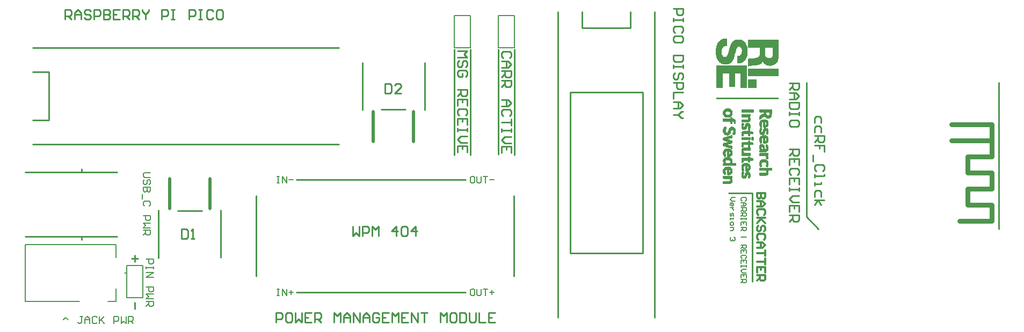
<source format=gto>
%FSLAX24Y24*%
%MOIN*%
G70*
G01*
G75*
G04:AMPARAMS|DCode=10|XSize=100mil|YSize=50mil|CornerRadius=12.5mil|HoleSize=0mil|Usage=FLASHONLY|Rotation=90.000|XOffset=0mil|YOffset=0mil|HoleType=Round|Shape=RoundedRectangle|*
%AMROUNDEDRECTD10*
21,1,0.1000,0.0250,0,0,90.0*
21,1,0.0750,0.0500,0,0,90.0*
1,1,0.0250,0.0125,0.0375*
1,1,0.0250,0.0125,-0.0375*
1,1,0.0250,-0.0125,-0.0375*
1,1,0.0250,-0.0125,0.0375*
%
%ADD10ROUNDEDRECTD10*%
%ADD11R,0.2000X0.1500*%
%ADD12R,0.1181X0.0457*%
%ADD13R,0.1181X0.0787*%
%ADD14R,0.3937X0.2756*%
%ADD15C,0.0197*%
%ADD16C,0.0100*%
%ADD17C,0.0200*%
%ADD18C,0.0100*%
%ADD19C,0.0200*%
%ADD20C,0.0591*%
%ADD21R,0.0591X0.0591*%
%ADD22O,0.0787X0.1575*%
%ADD23O,0.1575X0.0787*%
%ADD24O,0.0866X0.1732*%
%ADD25C,0.0600*%
%ADD26C,0.0787*%
%ADD27C,0.0079*%
%ADD28C,0.0300*%
%ADD29C,0.0090*%
%ADD30C,0.0020*%
%ADD31C,0.0118*%
%ADD32C,0.0059*%
%ADD33C,0.0070*%
D16*
X43655Y2068D02*
Y7580D01*
X42200D02*
X43655D01*
X58965Y5342D02*
Y14446D01*
X47020Y6090D02*
X47770Y5340D01*
X47020Y6090D02*
Y14446D01*
X12870Y2410D02*
Y7410D01*
X15370Y1410D02*
X25870D01*
X28870Y2410D02*
Y7410D01*
X15370Y8410D02*
X25870D01*
X2025Y8869D02*
Y9066D01*
Y4656D02*
Y4853D01*
X-1479Y8869D02*
X4230D01*
X-1479Y4853D02*
X4230D01*
X-1020Y15090D02*
X-20D01*
Y12096D02*
Y15090D01*
X-1020Y12096D02*
X-20D01*
X-1020Y16590D02*
X17980D01*
X-1020Y10590D02*
X17980D01*
X10669Y3557D02*
Y6509D01*
X6791Y3549D02*
Y6502D01*
X7980Y6470D02*
X9480D01*
X19451Y12721D02*
Y15673D01*
X23329Y12729D02*
Y15681D01*
X20640Y12760D02*
X22140D01*
X32350Y13820D02*
X36850D01*
Y3820D02*
Y13820D01*
X32350Y3820D02*
X36850D01*
X32350D02*
Y13820D01*
X31600Y-180D02*
Y18820D01*
X37600Y-180D02*
Y18820D01*
X33106Y17820D02*
Y18820D01*
Y17820D02*
X36100D01*
Y18820D01*
X45970Y14400D02*
X46570D01*
Y14100D01*
X46470Y14000D01*
X46270D01*
X46170Y14100D01*
Y14400D01*
Y14200D02*
X45970Y14000D01*
Y13800D02*
X46370D01*
X46570Y13600D01*
X46370Y13400D01*
X45970D01*
X46270D01*
Y13800D01*
X46570Y13200D02*
X45970D01*
Y12900D01*
X46070Y12801D01*
X46470D01*
X46570Y12900D01*
Y13200D01*
Y12601D02*
Y12401D01*
Y12501D01*
X45970D01*
Y12601D01*
Y12401D01*
X46570Y11801D02*
Y12001D01*
X46470Y12101D01*
X46070D01*
X45970Y12001D01*
Y11801D01*
X46070Y11701D01*
X46470D01*
X46570Y11801D01*
X45970Y10301D02*
X46570D01*
Y10001D01*
X46470Y9901D01*
X46270D01*
X46170Y10001D01*
Y10301D01*
Y10101D02*
X45970Y9901D01*
X46570Y9302D02*
Y9702D01*
X45970D01*
Y9302D01*
X46270Y9702D02*
Y9502D01*
X46470Y8702D02*
X46570Y8802D01*
Y9002D01*
X46470Y9102D01*
X46070D01*
X45970Y9002D01*
Y8802D01*
X46070Y8702D01*
X46570Y8102D02*
Y8502D01*
X45970D01*
Y8102D01*
X46270Y8502D02*
Y8302D01*
X46570Y7902D02*
Y7702D01*
Y7802D01*
X45970D01*
Y7902D01*
Y7702D01*
X46570Y7402D02*
X46170D01*
X45970Y7202D01*
X46170Y7002D01*
X46570D01*
Y6403D02*
Y6802D01*
X45970D01*
Y6403D01*
X46270Y6802D02*
Y6603D01*
X45970Y6203D02*
X46570D01*
Y5903D01*
X46470Y5803D01*
X46270D01*
X46170Y5903D01*
Y6203D01*
Y6003D02*
X45970Y5803D01*
X47920Y11940D02*
Y12240D01*
X47820Y12340D01*
X47620D01*
X47520Y12240D01*
Y11940D01*
X47920Y11340D02*
Y11640D01*
X47820Y11740D01*
X47620D01*
X47520Y11640D01*
Y11340D01*
Y11140D02*
X48120D01*
Y10840D01*
X48020Y10741D01*
X47820D01*
X47720Y10840D01*
Y11140D01*
Y10940D02*
X47520Y10741D01*
X48120Y10141D02*
Y10541D01*
X47820D01*
Y10341D01*
Y10541D01*
X47520D01*
X47420Y9941D02*
Y9541D01*
X48020Y8941D02*
X48120Y9041D01*
Y9241D01*
X48020Y9341D01*
X47620D01*
X47520Y9241D01*
Y9041D01*
X47620Y8941D01*
X47520Y8741D02*
Y8541D01*
Y8641D01*
X48120D01*
Y8741D01*
X47520Y8241D02*
Y8041D01*
Y8141D01*
X47920D01*
Y8241D01*
Y7342D02*
Y7642D01*
X47820Y7741D01*
X47620D01*
X47520Y7642D01*
Y7342D01*
Y7142D02*
X48120D01*
X47720D02*
X47920Y6842D01*
X47720Y7142D02*
X47520Y6842D01*
X28600Y15980D02*
X28700Y16080D01*
Y16280D01*
X28600Y16380D01*
X28200D01*
X28100Y16280D01*
Y16080D01*
X28200Y15980D01*
X28100Y15780D02*
X28500D01*
X28700Y15580D01*
X28500Y15380D01*
X28100D01*
X28400D01*
Y15780D01*
X28100Y15180D02*
X28700D01*
Y14880D01*
X28600Y14781D01*
X28400D01*
X28300Y14880D01*
Y15180D01*
Y14980D02*
X28100Y14781D01*
Y14581D02*
X28700D01*
Y14281D01*
X28600Y14181D01*
X28400D01*
X28300Y14281D01*
Y14581D01*
Y14381D02*
X28100Y14181D01*
Y13381D02*
X28500D01*
X28700Y13181D01*
X28500Y12981D01*
X28100D01*
X28400D01*
Y13381D01*
X28600Y12381D02*
X28700Y12481D01*
Y12681D01*
X28600Y12781D01*
X28200D01*
X28100Y12681D01*
Y12481D01*
X28200Y12381D01*
X28700Y12181D02*
Y11781D01*
Y11981D01*
X28100D01*
X28700Y11582D02*
Y11382D01*
Y11482D01*
X28100D01*
Y11582D01*
Y11382D01*
X28700Y11082D02*
X28300D01*
X28100Y10882D01*
X28300Y10682D01*
X28700D01*
Y10082D02*
Y10482D01*
X28100D01*
Y10082D01*
X28400Y10482D02*
Y10282D01*
X25360Y16390D02*
X25960D01*
X25760Y16190D01*
X25960Y15990D01*
X25360D01*
X25860Y15390D02*
X25960Y15490D01*
Y15690D01*
X25860Y15790D01*
X25760D01*
X25660Y15690D01*
Y15490D01*
X25560Y15390D01*
X25460D01*
X25360Y15490D01*
Y15690D01*
X25460Y15790D01*
X25860Y14791D02*
X25960Y14890D01*
Y15090D01*
X25860Y15190D01*
X25460D01*
X25360Y15090D01*
Y14890D01*
X25460Y14791D01*
X25660D01*
Y14990D01*
X25360Y13991D02*
X25960D01*
Y13691D01*
X25860Y13591D01*
X25660D01*
X25560Y13691D01*
Y13991D01*
Y13791D02*
X25360Y13591D01*
X25960Y12991D02*
Y13391D01*
X25360D01*
Y12991D01*
X25660Y13391D02*
Y13191D01*
X25860Y12391D02*
X25960Y12491D01*
Y12691D01*
X25860Y12791D01*
X25460D01*
X25360Y12691D01*
Y12491D01*
X25460Y12391D01*
X25960Y11791D02*
Y12191D01*
X25360D01*
Y11791D01*
X25660Y12191D02*
Y11991D01*
X25960Y11592D02*
Y11392D01*
Y11492D01*
X25360D01*
Y11592D01*
Y11392D01*
X25960Y11092D02*
X25560D01*
X25360Y10892D01*
X25560Y10692D01*
X25960D01*
Y10092D02*
Y10492D01*
X25360D01*
Y10092D01*
X25660Y10492D02*
Y10292D01*
X14090Y-470D02*
Y130D01*
X14390D01*
X14490Y30D01*
Y-170D01*
X14390Y-270D01*
X14090D01*
X14990Y130D02*
X14790D01*
X14690Y30D01*
Y-370D01*
X14790Y-470D01*
X14990D01*
X15090Y-370D01*
Y30D01*
X14990Y130D01*
X15290D02*
Y-470D01*
X15490Y-270D01*
X15689Y-470D01*
Y130D01*
X16289D02*
X15889D01*
Y-470D01*
X16289D01*
X15889Y-170D02*
X16089D01*
X16489Y-470D02*
Y130D01*
X16789D01*
X16889Y30D01*
Y-170D01*
X16789Y-270D01*
X16489D01*
X16689D02*
X16889Y-470D01*
X17689D02*
Y130D01*
X17889Y-70D01*
X18089Y130D01*
Y-470D01*
X18289D02*
Y-70D01*
X18489Y130D01*
X18689Y-70D01*
Y-470D01*
Y-170D01*
X18289D01*
X18888Y-470D02*
Y130D01*
X19288Y-470D01*
Y130D01*
X19488Y-470D02*
Y-70D01*
X19688Y130D01*
X19888Y-70D01*
Y-470D01*
Y-170D01*
X19488D01*
X20488Y30D02*
X20388Y130D01*
X20188D01*
X20088Y30D01*
Y-370D01*
X20188Y-470D01*
X20388D01*
X20488Y-370D01*
Y-170D01*
X20288D01*
X21088Y130D02*
X20688D01*
Y-470D01*
X21088D01*
X20688Y-170D02*
X20888D01*
X21288Y-470D02*
Y130D01*
X21488Y-70D01*
X21688Y130D01*
Y-470D01*
X22287Y130D02*
X21887D01*
Y-470D01*
X22287D01*
X21887Y-170D02*
X22087D01*
X22487Y-470D02*
Y130D01*
X22887Y-470D01*
Y130D01*
X23087D02*
X23487D01*
X23287D01*
Y-470D01*
X24287D02*
Y130D01*
X24487Y-70D01*
X24687Y130D01*
Y-470D01*
X25186Y130D02*
X24986D01*
X24887Y30D01*
Y-370D01*
X24986Y-470D01*
X25186D01*
X25286Y-370D01*
Y30D01*
X25186Y130D01*
X25486D02*
Y-470D01*
X25786D01*
X25886Y-370D01*
Y30D01*
X25786Y130D01*
X25486D01*
X26086D02*
Y-370D01*
X26186Y-470D01*
X26386D01*
X26486Y-370D01*
Y130D01*
X26686D02*
Y-470D01*
X27086D01*
X27686Y130D02*
X27286D01*
Y-470D01*
X27686D01*
X27286Y-170D02*
X27486D01*
X18870Y5510D02*
Y4910D01*
X19070Y5110D01*
X19270Y4910D01*
Y5510D01*
X19470Y4910D02*
Y5510D01*
X19770D01*
X19870Y5410D01*
Y5210D01*
X19770Y5110D01*
X19470D01*
X20070Y4910D02*
Y5510D01*
X20270Y5310D01*
X20469Y5510D01*
Y4910D01*
X21569D02*
Y5510D01*
X21269Y5210D01*
X21669D01*
X21869Y5410D02*
X21969Y5510D01*
X22169D01*
X22269Y5410D01*
Y5010D01*
X22169Y4910D01*
X21969D01*
X21869Y5010D01*
Y5410D01*
X22769Y4910D02*
Y5510D01*
X22469Y5210D01*
X22869D01*
X5310Y360D02*
Y760D01*
X5110Y3510D02*
X5510D01*
X5310Y3710D02*
Y3310D01*
X8220Y5340D02*
Y4740D01*
X8520D01*
X8620Y4840D01*
Y5240D01*
X8520Y5340D01*
X8220D01*
X8820Y4740D02*
X9020D01*
X8920D01*
Y5340D01*
X8820Y5240D01*
X20850Y14370D02*
Y13770D01*
X21150D01*
X21250Y13870D01*
Y14270D01*
X21150Y14370D01*
X20850D01*
X21850Y13770D02*
X21450D01*
X21850Y14170D01*
Y14270D01*
X21750Y14370D01*
X21550D01*
X21450Y14270D01*
X1000Y18370D02*
Y18970D01*
X1300D01*
X1400Y18870D01*
Y18670D01*
X1300Y18570D01*
X1000D01*
X1200D02*
X1400Y18370D01*
X1600D02*
Y18770D01*
X1800Y18970D01*
X2000Y18770D01*
Y18370D01*
Y18670D01*
X1600D01*
X2599Y18870D02*
X2500Y18970D01*
X2300D01*
X2200Y18870D01*
Y18770D01*
X2300Y18670D01*
X2500D01*
X2599Y18570D01*
Y18470D01*
X2500Y18370D01*
X2300D01*
X2200Y18470D01*
X2799Y18370D02*
Y18970D01*
X3099D01*
X3199Y18870D01*
Y18670D01*
X3099Y18570D01*
X2799D01*
X3399Y18970D02*
Y18370D01*
X3699D01*
X3799Y18470D01*
Y18570D01*
X3699Y18670D01*
X3399D01*
X3699D01*
X3799Y18770D01*
Y18870D01*
X3699Y18970D01*
X3399D01*
X4399D02*
X3999D01*
Y18370D01*
X4399D01*
X3999Y18670D02*
X4199D01*
X4599Y18370D02*
Y18970D01*
X4899D01*
X4999Y18870D01*
Y18670D01*
X4899Y18570D01*
X4599D01*
X4799D02*
X4999Y18370D01*
X5199D02*
Y18970D01*
X5499D01*
X5599Y18870D01*
Y18670D01*
X5499Y18570D01*
X5199D01*
X5399D02*
X5599Y18370D01*
X5798Y18970D02*
Y18870D01*
X5998Y18670D01*
X6198Y18870D01*
Y18970D01*
X5998Y18670D02*
Y18370D01*
X6998D02*
Y18970D01*
X7298D01*
X7398Y18870D01*
Y18670D01*
X7298Y18570D01*
X6998D01*
X7598Y18970D02*
X7798D01*
X7698D01*
Y18370D01*
X7598D01*
X7798D01*
X8698D02*
Y18970D01*
X8997D01*
X9097Y18870D01*
Y18670D01*
X8997Y18570D01*
X8698D01*
X9297Y18970D02*
X9497D01*
X9397D01*
Y18370D01*
X9297D01*
X9497D01*
X10197Y18870D02*
X10097Y18970D01*
X9897D01*
X9797Y18870D01*
Y18470D01*
X9897Y18370D01*
X10097D01*
X10197Y18470D01*
X10697Y18970D02*
X10497D01*
X10397Y18870D01*
Y18470D01*
X10497Y18370D01*
X10697D01*
X10797Y18470D01*
Y18870D01*
X10697Y18970D01*
X38760Y19020D02*
X39360D01*
Y18720D01*
X39260Y18620D01*
X39060D01*
X38960Y18720D01*
Y19020D01*
X39360Y18420D02*
Y18220D01*
Y18320D01*
X38760D01*
Y18420D01*
Y18220D01*
X39260Y17520D02*
X39360Y17620D01*
Y17820D01*
X39260Y17920D01*
X38860D01*
X38760Y17820D01*
Y17620D01*
X38860Y17520D01*
X39360Y17021D02*
Y17221D01*
X39260Y17321D01*
X38860D01*
X38760Y17221D01*
Y17021D01*
X38860Y16921D01*
X39260D01*
X39360Y17021D01*
Y16121D02*
X38760D01*
Y15821D01*
X38860Y15721D01*
X39260D01*
X39360Y15821D01*
Y16121D01*
Y15521D02*
Y15321D01*
Y15421D01*
X38760D01*
Y15521D01*
Y15321D01*
X39260Y14621D02*
X39360Y14721D01*
Y14921D01*
X39260Y15021D01*
X39160D01*
X39060Y14921D01*
Y14721D01*
X38960Y14621D01*
X38860D01*
X38760Y14721D01*
Y14921D01*
X38860Y15021D01*
X38760Y14421D02*
X39360D01*
Y14122D01*
X39260Y14022D01*
X39060D01*
X38960Y14122D01*
Y14421D01*
X39360Y13822D02*
X38760D01*
Y13422D01*
Y13222D02*
X39160D01*
X39360Y13022D01*
X39160Y12822D01*
X38760D01*
X39060D01*
Y13222D01*
X39360Y12622D02*
X39260D01*
X39060Y12422D01*
X39260Y12222D01*
X39360D01*
X39060Y12422D02*
X38760D01*
D17*
X9980Y6608D02*
Y8478D01*
X7480Y6600D02*
Y8470D01*
X20140Y10752D02*
Y12622D01*
X22640Y10760D02*
Y12630D01*
D27*
X4785Y2590D02*
X4706D01*
X4785D01*
X28880Y16610D02*
Y18610D01*
X27880Y16610D02*
X28880D01*
X27880D02*
Y18610D01*
X28880D01*
X25160Y16610D02*
Y18610D01*
Y16610D02*
X26160D01*
Y18610D01*
X25160D02*
X26160D01*
X-1475Y4362D02*
X4155D01*
X3663Y818D02*
X4155D01*
Y1625D01*
X-1475Y818D02*
X1891D01*
X-1475D02*
Y4362D01*
X4155Y3555D02*
Y4362D01*
X4810Y1060D02*
Y3060D01*
Y1060D02*
X5810D01*
Y3060D01*
X4810D02*
X5810D01*
X43228Y7075D02*
X43281Y7127D01*
Y7232D01*
X43228Y7285D01*
X43018D01*
X42966Y7232D01*
Y7127D01*
X43018Y7075D01*
X42966Y6970D02*
X43176D01*
X43281Y6865D01*
X43176Y6760D01*
X42966D01*
X43123D01*
Y6970D01*
X42966Y6655D02*
X43281D01*
Y6498D01*
X43228Y6445D01*
X43123D01*
X43071Y6498D01*
Y6655D01*
Y6550D02*
X42966Y6445D01*
Y6340D02*
X43281D01*
Y6183D01*
X43228Y6130D01*
X43123D01*
X43071Y6183D01*
Y6340D01*
Y6235D02*
X42966Y6130D01*
X43281Y6025D02*
Y5920D01*
Y5973D01*
X42966D01*
Y6025D01*
Y5920D01*
X43281Y5553D02*
Y5763D01*
X42966D01*
Y5553D01*
X43123Y5763D02*
Y5658D01*
X42966Y5448D02*
X43281D01*
Y5291D01*
X43228Y5238D01*
X43123D01*
X43071Y5291D01*
Y5448D01*
Y5343D02*
X42966Y5238D01*
X43281Y4818D02*
X42966D01*
Y4346D02*
X43281D01*
Y4189D01*
X43228Y4136D01*
X43123D01*
X43071Y4189D01*
Y4346D01*
Y4241D02*
X42966Y4136D01*
X43281Y3821D02*
Y4031D01*
X42966D01*
Y3821D01*
X43123Y4031D02*
Y3926D01*
X43228Y3506D02*
X43281Y3559D01*
Y3664D01*
X43228Y3716D01*
X43018D01*
X42966Y3664D01*
Y3559D01*
X43018Y3506D01*
X43281Y3192D02*
Y3401D01*
X42966D01*
Y3192D01*
X43123Y3401D02*
Y3297D01*
X43281Y3087D02*
Y2982D01*
Y3034D01*
X42966D01*
Y3087D01*
Y2982D01*
X43281Y2824D02*
X43071D01*
X42966Y2719D01*
X43071Y2614D01*
X43281D01*
Y2299D02*
Y2509D01*
X42966D01*
Y2299D01*
X43123Y2509D02*
Y2404D01*
X42966Y2194D02*
X43281D01*
Y2037D01*
X43228Y1985D01*
X43123D01*
X43071Y2037D01*
Y2194D01*
Y2090D02*
X42966Y1985D01*
X42592Y7285D02*
X42382D01*
X42277Y7180D01*
X42382Y7075D01*
X42592D01*
X42277Y6812D02*
Y6917D01*
X42329Y6970D01*
X42434D01*
X42487Y6917D01*
Y6812D01*
X42434Y6760D01*
X42382D01*
Y6970D01*
X42487Y6655D02*
X42277D01*
X42382D01*
X42434Y6603D01*
X42487Y6550D01*
Y6498D01*
X42277Y6340D02*
Y6183D01*
X42329Y6130D01*
X42382Y6183D01*
Y6288D01*
X42434Y6340D01*
X42487Y6288D01*
Y6130D01*
X42277Y6025D02*
Y5920D01*
Y5973D01*
X42487D01*
Y6025D01*
X42277Y5710D02*
Y5605D01*
X42329Y5553D01*
X42434D01*
X42487Y5605D01*
Y5710D01*
X42434Y5763D01*
X42329D01*
X42277Y5710D01*
Y5448D02*
X42487D01*
Y5291D01*
X42434Y5238D01*
X42277D01*
X42539Y4818D02*
X42592Y4766D01*
Y4661D01*
X42539Y4608D01*
X42487D01*
X42434Y4661D01*
Y4713D01*
Y4661D01*
X42382Y4608D01*
X42329D01*
X42277Y4661D01*
Y4766D01*
X42329Y4818D01*
D28*
X56520Y5840D02*
X58520D01*
Y6840D01*
X57020D02*
X58520D01*
X57020D02*
Y7840D01*
X58520D01*
Y8840D01*
X57020D02*
X58520D01*
X57020D02*
Y9840D01*
X58520D01*
Y10840D01*
X56020D02*
X58520D01*
Y11840D01*
X56020D02*
X58520D01*
D29*
X28880Y9940D02*
Y16510D01*
X27880Y9970D02*
Y16510D01*
X26160Y9950D02*
Y16510D01*
X25160Y9950D02*
Y16510D01*
D30*
X41400Y16170D02*
Y16570D01*
X41420Y16090D02*
Y16650D01*
X41440Y13430D02*
Y13510D01*
Y14150D02*
Y15490D01*
Y15990D02*
Y16750D01*
X41460Y13430D02*
Y13510D01*
Y14150D02*
Y15490D01*
Y15950D02*
Y16790D01*
X41480Y13430D02*
Y13510D01*
Y14150D02*
Y15490D01*
Y15910D02*
Y16850D01*
X41500Y13430D02*
Y13510D01*
Y14150D02*
Y15490D01*
Y15870D02*
Y16890D01*
X41520Y13430D02*
Y13510D01*
Y14150D02*
Y15490D01*
Y15850D02*
Y16910D01*
X41540Y13430D02*
Y13510D01*
Y14150D02*
Y15490D01*
Y15810D02*
Y16950D01*
X41560Y13430D02*
Y13510D01*
Y14150D02*
Y15490D01*
Y15790D02*
Y16970D01*
X41580Y13430D02*
Y13510D01*
Y14150D02*
Y15490D01*
Y15770D02*
Y16990D01*
X41600Y13430D02*
Y13510D01*
Y14150D02*
Y15490D01*
Y15750D02*
Y17010D01*
X41620Y13430D02*
Y13510D01*
Y14150D02*
Y15490D01*
Y15730D02*
Y17030D01*
X41640Y13430D02*
Y13510D01*
Y14150D02*
Y15490D01*
Y15710D02*
Y17050D01*
X41660Y13430D02*
Y13510D01*
Y14150D02*
Y15490D01*
Y15690D02*
Y17070D01*
X41680Y13430D02*
Y13510D01*
Y14150D02*
Y15490D01*
Y15690D02*
Y17070D01*
X41700Y13430D02*
Y13510D01*
Y14150D02*
Y15490D01*
Y15670D02*
Y17090D01*
X41720Y13430D02*
Y13510D01*
Y14150D02*
Y15490D01*
Y15670D02*
Y17110D01*
X41740Y13430D02*
Y13510D01*
Y14150D02*
Y15490D01*
Y15650D02*
Y16230D01*
Y16490D02*
Y17110D01*
X41760Y13430D02*
Y13510D01*
Y14150D02*
Y15490D01*
Y15630D02*
Y16170D01*
Y16550D02*
Y17130D01*
X41780Y13430D02*
Y13510D01*
Y14150D02*
Y15490D01*
Y15630D02*
Y16130D01*
Y16590D02*
Y17130D01*
X41800Y13430D02*
Y13510D01*
Y15050D02*
Y15490D01*
Y15630D02*
Y16090D01*
Y16630D02*
Y17150D01*
X41820Y13430D02*
Y13510D01*
Y15050D02*
Y15490D01*
Y15610D02*
Y16070D01*
Y16650D02*
Y17150D01*
X41840Y8170D02*
Y8310D01*
Y8490D02*
Y8630D01*
Y8850D02*
Y9030D01*
Y9310D02*
Y9390D01*
Y9530D02*
Y9650D01*
Y9990D02*
Y10150D01*
Y10530D02*
Y10650D01*
Y10890D02*
Y11010D01*
Y11370D02*
Y11530D01*
Y12050D02*
Y12190D01*
Y12470D02*
Y12630D01*
Y13430D02*
Y13510D01*
Y15050D02*
Y15490D01*
Y15610D02*
Y16050D01*
Y16670D02*
Y17170D01*
X41860Y8170D02*
Y8310D01*
Y8490D02*
Y8630D01*
Y8810D02*
Y9070D01*
Y9290D02*
Y9430D01*
Y9490D02*
Y9690D01*
Y9930D02*
Y10190D01*
Y10510D02*
Y10670D01*
Y10870D02*
Y11010D01*
Y11330D02*
Y11590D01*
Y12050D02*
Y12190D01*
Y12430D02*
Y12690D01*
Y13430D02*
Y13510D01*
Y15050D02*
Y15490D01*
Y15610D02*
Y16030D01*
Y16710D02*
Y17170D01*
X41880Y8170D02*
Y8310D01*
Y8470D02*
Y8630D01*
Y8790D02*
Y9090D01*
Y9290D02*
Y9430D01*
Y9470D02*
Y9710D01*
Y9910D02*
Y10230D01*
Y10510D02*
Y10670D01*
Y10850D02*
Y11010D01*
Y11290D02*
Y11630D01*
Y12050D02*
Y12190D01*
Y12410D02*
Y12710D01*
Y13430D02*
Y13510D01*
Y15050D02*
Y15490D01*
Y15610D02*
Y16030D01*
Y16710D02*
Y17170D01*
X41900Y8170D02*
Y8310D01*
Y8470D02*
Y8630D01*
Y8730D02*
Y9150D01*
Y9290D02*
Y9750D01*
Y9870D02*
Y10270D01*
Y10490D02*
Y10690D01*
Y10850D02*
Y11030D01*
Y11250D02*
Y11670D01*
Y12050D02*
Y12190D01*
Y12370D02*
Y12750D01*
Y13430D02*
Y13510D01*
Y15050D02*
Y15490D01*
Y15610D02*
Y16030D01*
Y16730D02*
Y17170D01*
X41920Y8170D02*
Y8310D01*
Y8470D02*
Y8630D01*
Y8730D02*
Y9150D01*
Y9290D02*
Y9750D01*
Y9850D02*
Y10290D01*
Y10490D02*
Y10690D01*
Y10850D02*
Y11030D01*
Y11230D02*
Y11690D01*
Y12050D02*
Y12190D01*
Y12350D02*
Y12770D01*
Y13430D02*
Y13510D01*
Y15050D02*
Y15490D01*
Y15610D02*
Y16030D01*
Y16730D02*
Y17170D01*
X41940Y8170D02*
Y8310D01*
Y8470D02*
Y8630D01*
Y8730D02*
Y9150D01*
Y9290D02*
Y9770D01*
Y9850D02*
Y10290D01*
Y10490D02*
Y10690D01*
Y10850D02*
Y11050D01*
Y11230D02*
Y11710D01*
Y12050D02*
Y12190D01*
Y12330D02*
Y12770D01*
Y13430D02*
Y13510D01*
Y15050D02*
Y15490D01*
Y15610D02*
Y16030D01*
Y16750D02*
Y17170D01*
X41960Y8170D02*
Y8310D01*
Y8470D02*
Y8630D01*
Y8730D02*
Y9190D01*
Y9290D02*
Y9770D01*
Y9850D02*
Y10310D01*
Y10490D02*
Y10710D01*
Y10830D02*
Y11050D01*
Y11210D02*
Y11710D01*
Y12050D02*
Y12190D01*
Y12310D02*
Y12790D01*
Y13430D02*
Y13510D01*
Y15050D02*
Y15490D01*
Y15610D02*
Y16030D01*
Y16750D02*
Y17170D01*
X41980Y8170D02*
Y8310D01*
Y8470D02*
Y8630D01*
Y8750D02*
Y8870D01*
Y8990D02*
Y9190D01*
Y9290D02*
Y9510D01*
Y9590D02*
Y9770D01*
Y9870D02*
Y9990D01*
Y10110D02*
Y10310D01*
Y10470D02*
Y10710D01*
Y10830D02*
Y11050D01*
Y11210D02*
Y11690D01*
Y12050D02*
Y12190D01*
Y12310D02*
Y12510D01*
Y12610D02*
Y12810D01*
Y13430D02*
Y13510D01*
Y15050D02*
Y15490D01*
Y15590D02*
Y16030D01*
Y16750D02*
Y17170D01*
X42000Y8170D02*
Y8310D01*
Y8470D02*
Y8630D01*
Y8770D02*
Y8830D01*
Y9030D02*
Y9210D01*
Y9290D02*
Y9470D01*
Y9610D02*
Y9790D01*
Y9890D02*
Y9950D01*
Y10150D02*
Y10330D01*
Y10470D02*
Y10710D01*
Y10810D02*
Y11070D01*
Y11190D02*
Y11370D01*
Y11530D02*
Y11690D01*
Y12050D02*
Y12190D01*
Y12310D02*
Y12470D01*
Y12630D02*
Y12810D01*
Y13430D02*
Y13510D01*
Y15050D02*
Y15490D01*
Y15590D02*
Y16030D01*
Y16750D02*
Y17170D01*
X42020Y8170D02*
Y8310D01*
Y8470D02*
Y8630D01*
Y9050D02*
Y9210D01*
Y9290D02*
Y9450D01*
Y9630D02*
Y9790D01*
Y10170D02*
Y10330D01*
Y10450D02*
Y10710D01*
Y10810D02*
Y11070D01*
Y11190D02*
Y11350D01*
Y11570D02*
Y11670D01*
Y12050D02*
Y12190D01*
Y12290D02*
Y12470D01*
Y12650D02*
Y12830D01*
Y13430D02*
Y13510D01*
Y15050D02*
Y15490D01*
Y15610D02*
Y16030D01*
Y16750D02*
Y17170D01*
X42040Y8170D02*
Y8310D01*
Y8470D02*
Y8630D01*
Y9050D02*
Y9210D01*
Y9290D02*
Y9450D01*
Y9630D02*
Y9790D01*
Y10170D02*
Y10330D01*
Y10450D02*
Y10710D01*
Y10810D02*
Y11070D01*
Y11190D02*
Y11350D01*
Y11590D02*
Y11650D01*
Y12050D02*
Y12190D01*
Y12290D02*
Y12450D01*
Y12650D02*
Y12830D01*
Y13430D02*
Y13510D01*
Y15050D02*
Y15490D01*
Y15610D02*
Y16050D01*
Y16750D02*
Y17170D01*
X42060Y8170D02*
Y8310D01*
Y8470D02*
Y8630D01*
Y9050D02*
Y9210D01*
Y9290D02*
Y9450D01*
Y9630D02*
Y9790D01*
Y10190D02*
Y10330D01*
Y10450D02*
Y10730D01*
Y10810D02*
Y11070D01*
Y11170D02*
Y11330D01*
Y12050D02*
Y12190D01*
Y12290D02*
Y12450D01*
Y12670D02*
Y12830D01*
Y13430D02*
Y13510D01*
Y15050D02*
Y15490D01*
Y15610D02*
Y16090D01*
Y16750D02*
Y17170D01*
X42080Y8170D02*
Y8310D01*
Y8470D02*
Y8630D01*
Y9050D02*
Y9210D01*
Y9290D02*
Y9450D01*
Y9630D02*
Y9810D01*
Y10170D02*
Y10330D01*
Y10450D02*
Y10590D01*
Y10610D02*
Y10730D01*
Y10790D02*
Y11090D01*
Y11170D02*
Y11350D01*
Y12050D02*
Y12190D01*
Y12290D02*
Y12450D01*
Y12670D02*
Y12830D01*
Y13430D02*
Y13510D01*
Y15050D02*
Y15490D01*
Y15610D02*
Y16090D01*
X42100Y8170D02*
Y8310D01*
Y8470D02*
Y8630D01*
Y8730D02*
Y9210D01*
Y9290D02*
Y9450D01*
Y9630D02*
Y9810D01*
Y9850D02*
Y10350D01*
Y10430D02*
Y10590D01*
Y10610D02*
Y10750D01*
Y10790D02*
Y10910D01*
Y10950D02*
Y11090D01*
Y11170D02*
Y11350D01*
Y12050D02*
Y12190D01*
Y12290D02*
Y12450D01*
Y12670D02*
Y12830D01*
Y13430D02*
Y13510D01*
Y15050D02*
Y15490D01*
Y15610D02*
Y16130D01*
X42120Y8170D02*
Y8310D01*
Y8470D02*
Y8630D01*
Y8710D02*
Y9210D01*
Y9290D02*
Y9450D01*
Y9650D02*
Y9810D01*
Y9830D02*
Y10350D01*
Y10430D02*
Y10590D01*
Y10610D02*
Y10750D01*
Y10770D02*
Y10910D01*
Y10950D02*
Y11110D01*
Y11170D02*
Y11370D01*
Y12050D02*
Y12190D01*
Y12290D02*
Y12450D01*
Y12670D02*
Y12830D01*
Y13430D02*
Y13510D01*
Y15050D02*
Y15490D01*
Y15610D02*
Y16170D01*
X42140Y8170D02*
Y8310D01*
Y8470D02*
Y8630D01*
Y8710D02*
Y9210D01*
Y9290D02*
Y9450D01*
Y9630D02*
Y9810D01*
Y9830D02*
Y10350D01*
Y10430D02*
Y10570D01*
Y10610D02*
Y10750D01*
Y10770D02*
Y10910D01*
Y10950D02*
Y11110D01*
Y11190D02*
Y11390D01*
Y12050D02*
Y12190D01*
Y12290D02*
Y12450D01*
Y12670D02*
Y12830D01*
Y13430D02*
Y13510D01*
Y15050D02*
Y15490D01*
Y15610D02*
Y16210D01*
X42160Y8170D02*
Y8310D01*
Y8470D02*
Y8630D01*
Y8710D02*
Y9230D01*
Y9290D02*
Y9450D01*
Y9630D02*
Y9810D01*
Y9830D02*
Y10330D01*
Y10410D02*
Y10570D01*
Y10630D02*
Y10750D01*
Y10770D02*
Y10910D01*
Y10970D02*
Y11110D01*
Y11190D02*
Y11470D01*
Y12050D02*
Y12190D01*
Y12290D02*
Y12450D01*
Y12670D02*
Y12830D01*
Y13430D02*
Y13510D01*
Y15050D02*
Y15490D01*
Y15610D02*
Y16290D01*
X42180Y8170D02*
Y8310D01*
Y8470D02*
Y8630D01*
Y8710D02*
Y9210D01*
Y9290D02*
Y9450D01*
Y9630D02*
Y9790D01*
Y9830D02*
Y10330D01*
Y10410D02*
Y10550D01*
Y10630D02*
Y10910D01*
Y10970D02*
Y11110D01*
Y11190D02*
Y11530D01*
Y12050D02*
Y12190D01*
Y12290D02*
Y12450D01*
Y12670D02*
Y12830D01*
Y13430D02*
Y13510D01*
Y15050D02*
Y15490D01*
Y15630D02*
Y16350D01*
X42200Y8170D02*
Y8310D01*
Y8470D02*
Y8630D01*
Y8710D02*
Y8870D01*
Y9050D02*
Y9210D01*
Y9290D02*
Y9450D01*
Y9630D02*
Y9790D01*
Y9830D02*
Y9990D01*
Y10170D02*
Y10330D01*
Y10410D02*
Y10550D01*
Y10630D02*
Y10890D01*
Y10970D02*
Y11130D01*
Y11210D02*
Y11570D01*
Y12050D02*
Y12190D01*
Y12290D02*
Y12450D01*
Y12650D02*
Y12830D01*
Y13430D02*
Y13510D01*
Y15050D02*
Y15490D01*
Y15630D02*
Y16450D01*
X42220Y8170D02*
Y8330D01*
Y8470D02*
Y8630D01*
Y8710D02*
Y8870D01*
Y9050D02*
Y9210D01*
Y9290D02*
Y9450D01*
Y9610D02*
Y9790D01*
Y9830D02*
Y9990D01*
Y10170D02*
Y10330D01*
Y10390D02*
Y10550D01*
Y10650D02*
Y10890D01*
Y10970D02*
Y11130D01*
Y11230D02*
Y11610D01*
Y12050D02*
Y12190D01*
Y12290D02*
Y12470D01*
Y12650D02*
Y12830D01*
Y13430D02*
Y13510D01*
Y14230D02*
Y15490D01*
Y15650D02*
Y16510D01*
X42240Y8170D02*
Y8330D01*
Y8470D02*
Y8630D01*
Y8730D02*
Y8870D01*
Y9050D02*
Y9210D01*
Y9290D02*
Y9450D01*
Y9610D02*
Y9790D01*
Y9850D02*
Y9990D01*
Y10170D02*
Y10330D01*
Y10390D02*
Y10550D01*
Y10650D02*
Y10870D01*
Y10970D02*
Y11130D01*
Y11230D02*
Y11630D01*
Y12050D02*
Y12190D01*
Y12310D02*
Y12470D01*
Y12630D02*
Y12810D01*
Y13430D02*
Y13510D01*
Y14210D02*
Y15490D01*
Y15650D02*
Y16570D01*
X42260Y8170D02*
Y8350D01*
Y8430D02*
Y8630D01*
Y8730D02*
Y8890D01*
Y9010D02*
Y9190D01*
Y9290D02*
Y9470D01*
Y9590D02*
Y9770D01*
Y9850D02*
Y10030D01*
Y10130D02*
Y10310D01*
Y10390D02*
Y10550D01*
Y10650D02*
Y10870D01*
Y10990D02*
Y11150D01*
Y11270D02*
Y11650D01*
Y12050D02*
Y12190D01*
Y12310D02*
Y12510D01*
Y12610D02*
Y12810D01*
Y13430D02*
Y13510D01*
Y14210D02*
Y15490D01*
Y15670D02*
Y16670D01*
X42280Y8170D02*
Y8630D01*
Y8730D02*
Y8930D01*
Y8990D02*
Y9190D01*
Y9290D02*
Y9770D01*
Y9870D02*
Y10050D01*
Y10110D02*
Y10310D01*
Y10390D02*
Y10530D01*
Y10650D02*
Y10850D01*
Y10990D02*
Y11150D01*
Y11310D02*
Y11650D01*
Y11910D02*
Y12230D01*
Y12310D02*
Y12790D01*
Y13430D02*
Y13510D01*
Y14210D02*
Y15490D01*
Y15670D02*
Y16710D01*
X42300Y8170D02*
Y8630D01*
Y8750D02*
Y9170D01*
Y9290D02*
Y9750D01*
Y9870D02*
Y10290D01*
Y10370D02*
Y10530D01*
Y10670D02*
Y10850D01*
Y10990D02*
Y11150D01*
Y11370D02*
Y11670D01*
Y11890D02*
Y12250D01*
Y12330D02*
Y12770D01*
Y13430D02*
Y13510D01*
Y14210D02*
Y15490D01*
Y15710D02*
Y16770D01*
X42320Y8190D02*
Y8630D01*
Y8770D02*
Y9150D01*
Y9290D02*
Y9750D01*
Y9890D02*
Y10290D01*
Y10370D02*
Y10530D01*
Y10670D02*
Y10850D01*
Y11010D02*
Y11170D01*
Y11430D02*
Y11670D01*
Y11890D02*
Y12270D01*
Y12350D02*
Y12770D01*
Y13430D02*
Y13510D01*
Y14210D02*
Y15490D01*
Y15710D02*
Y16830D01*
X42340Y8190D02*
Y8630D01*
Y8770D02*
Y9150D01*
Y9290D02*
Y9730D01*
Y9890D02*
Y10270D01*
Y10350D02*
Y10510D01*
Y10670D02*
Y10850D01*
Y11010D02*
Y11170D01*
Y11470D02*
Y11690D01*
Y11890D02*
Y12290D01*
Y12370D02*
Y12750D01*
Y13430D02*
Y13510D01*
Y14210D02*
Y15490D01*
Y15730D02*
Y16850D01*
X42360Y8230D02*
Y8630D01*
Y8810D02*
Y9090D01*
Y9290D02*
Y9690D01*
Y9930D02*
Y10230D01*
Y10350D02*
Y10510D01*
Y10690D02*
Y10850D01*
Y11010D02*
Y11170D01*
Y11510D02*
Y11690D01*
Y11890D02*
Y12270D01*
Y12410D02*
Y12710D01*
Y13430D02*
Y13510D01*
Y14210D02*
Y15490D01*
Y15750D02*
Y16910D01*
X42380Y8230D02*
Y8450D01*
Y8510D02*
Y8630D01*
Y8830D02*
Y9070D01*
Y9290D02*
Y9670D01*
Y9950D02*
Y10190D01*
Y10350D02*
Y10490D01*
Y10690D02*
Y10830D01*
Y11010D02*
Y11170D01*
Y11510D02*
Y11690D01*
Y11910D02*
Y12270D01*
Y12430D02*
Y12690D01*
Y13430D02*
Y13510D01*
Y14210D02*
Y15490D01*
Y15770D02*
Y16910D01*
X42400Y8290D02*
Y8410D01*
Y8550D02*
Y8630D01*
Y8890D02*
Y9030D01*
Y9290D02*
Y9450D01*
Y9490D02*
Y9630D01*
Y10010D02*
Y10150D01*
Y10370D02*
Y10470D01*
Y10710D02*
Y10810D01*
Y11050D02*
Y11170D01*
Y11530D02*
Y11690D01*
Y12050D02*
Y12190D01*
Y12470D02*
Y12630D01*
Y13430D02*
Y13510D01*
Y14210D02*
Y15490D01*
Y15790D02*
Y16950D01*
X42420Y9290D02*
Y9450D01*
Y11510D02*
Y11690D01*
Y12050D02*
Y12190D01*
Y13430D02*
Y13510D01*
Y14210D02*
Y15490D01*
Y15830D02*
Y16970D01*
X42440Y9290D02*
Y9450D01*
Y11230D02*
Y11310D01*
Y11510D02*
Y11690D01*
Y12050D02*
Y12190D01*
Y13430D02*
Y13510D01*
Y14210D02*
Y15490D01*
Y15850D02*
Y16990D01*
X42460Y9290D02*
Y9450D01*
Y11230D02*
Y11370D01*
Y11470D02*
Y11670D01*
Y12030D02*
Y12190D01*
Y13430D02*
Y13510D01*
Y14210D02*
Y15490D01*
Y15910D02*
Y17010D01*
X42480Y9290D02*
Y9450D01*
Y11210D02*
Y11670D01*
Y12010D02*
Y12190D01*
Y13430D02*
Y13510D01*
Y14210D02*
Y15490D01*
Y15930D02*
Y17030D01*
X42500Y9290D02*
Y9450D01*
Y11210D02*
Y11650D01*
Y11990D02*
Y12190D01*
Y13430D02*
Y13510D01*
Y14210D02*
Y15490D01*
Y15990D02*
Y17050D01*
X42520Y9290D02*
Y9450D01*
Y11190D02*
Y11630D01*
Y11890D02*
Y12170D01*
Y13430D02*
Y13510D01*
Y14210D02*
Y15490D01*
Y16070D02*
Y17070D01*
X42540Y9290D02*
Y9450D01*
Y11190D02*
Y11630D01*
Y11890D02*
Y12150D01*
Y13430D02*
Y13510D01*
Y14210D02*
Y15490D01*
Y16130D02*
Y17070D01*
X42560Y9290D02*
Y9450D01*
Y11230D02*
Y11590D01*
Y11890D02*
Y12150D01*
Y13430D02*
Y13510D01*
Y14210D02*
Y15490D01*
Y16230D02*
Y17070D01*
X42580Y9290D02*
Y9450D01*
Y11270D02*
Y11570D01*
Y11890D02*
Y12130D01*
Y13430D02*
Y13510D01*
Y15050D02*
Y15490D01*
Y16290D02*
Y17090D01*
X42600Y9290D02*
Y9450D01*
Y11290D02*
Y11550D01*
Y11890D02*
Y12090D01*
Y13430D02*
Y13510D01*
Y15050D02*
Y15490D01*
Y16350D02*
Y17090D01*
X42620Y9290D02*
Y9450D01*
Y13430D02*
Y13510D01*
Y15050D02*
Y15490D01*
Y16450D02*
Y17110D01*
X42640Y13430D02*
Y13510D01*
Y15050D02*
Y15490D01*
Y16510D02*
Y17110D01*
X42660Y13430D02*
Y13510D01*
Y15050D02*
Y15490D01*
Y16570D02*
Y17110D01*
X42680Y13430D02*
Y13510D01*
Y15050D02*
Y15490D01*
Y16610D02*
Y17110D01*
X42700Y13430D02*
Y13510D01*
Y15050D02*
Y15490D01*
Y16650D02*
Y17110D01*
X42720Y13430D02*
Y13510D01*
Y15050D02*
Y15490D01*
Y15670D02*
Y16070D01*
Y16670D02*
Y17110D01*
X42740Y13430D02*
Y13510D01*
Y15050D02*
Y15490D01*
Y15670D02*
Y16090D01*
Y16690D02*
Y17110D01*
X42760Y13430D02*
Y13510D01*
Y15050D02*
Y15490D01*
Y15670D02*
Y16090D01*
Y16690D02*
Y17110D01*
X42780Y13430D02*
Y13510D01*
Y15050D02*
Y15490D01*
Y15670D02*
Y16090D01*
Y16710D02*
Y17110D01*
X42800Y13430D02*
Y13510D01*
Y15050D02*
Y15490D01*
Y15670D02*
Y16090D01*
Y16710D02*
Y17110D01*
X42820Y13430D02*
Y13510D01*
Y15050D02*
Y15490D01*
Y15670D02*
Y16090D01*
Y16710D02*
Y17110D01*
X42840Y13430D02*
Y13510D01*
Y15050D02*
Y15490D01*
Y15670D02*
Y16110D01*
Y16710D02*
Y17110D01*
X42860Y13430D02*
Y13510D01*
Y15050D02*
Y15490D01*
Y15670D02*
Y16110D01*
Y16690D02*
Y17110D01*
X42880Y13430D02*
Y13510D01*
Y15050D02*
Y15490D01*
Y15670D02*
Y16130D01*
Y16690D02*
Y17110D01*
X42900Y13430D02*
Y13510D01*
Y15050D02*
Y15490D01*
Y15670D02*
Y16150D01*
Y16670D02*
Y17110D01*
X42920Y13430D02*
Y13510D01*
Y15050D02*
Y15490D01*
Y15670D02*
Y16170D01*
Y16650D02*
Y17110D01*
X42940Y13430D02*
Y13510D01*
Y14150D02*
Y15490D01*
Y15690D02*
Y16190D01*
Y16630D02*
Y17110D01*
X42960Y13430D02*
Y13510D01*
Y14150D02*
Y15490D01*
Y15690D02*
Y16210D01*
Y16610D02*
Y17090D01*
X42980Y8590D02*
Y8830D01*
Y9050D02*
Y9290D01*
Y9510D02*
Y9710D01*
Y9910D02*
Y10030D01*
Y10090D02*
Y10310D01*
Y10490D02*
Y10690D01*
Y10890D02*
Y11050D01*
Y11150D02*
Y11370D01*
Y11630D02*
Y11870D01*
Y11990D02*
Y12150D01*
Y12310D02*
Y12470D01*
Y12610D02*
Y12770D01*
Y13430D02*
Y13510D01*
Y14150D02*
Y15490D01*
Y15710D02*
Y16290D01*
Y16550D02*
Y17090D01*
X43000Y8570D02*
Y8870D01*
Y9010D02*
Y9330D01*
Y9470D02*
Y9730D01*
Y9910D02*
Y10050D01*
Y10070D02*
Y10330D01*
Y10450D02*
Y10710D01*
Y10890D02*
Y11050D01*
Y11130D02*
Y11370D01*
Y11590D02*
Y11890D01*
Y11990D02*
Y12150D01*
Y12310D02*
Y12470D01*
Y12610D02*
Y12770D01*
Y13430D02*
Y13510D01*
Y14150D02*
Y15490D01*
Y15710D02*
Y16370D01*
Y16490D02*
Y17070D01*
X43020Y8550D02*
Y8890D01*
Y8990D02*
Y9350D01*
Y9470D02*
Y9750D01*
Y9910D02*
Y10330D01*
Y10450D02*
Y10710D01*
Y10890D02*
Y11050D01*
Y11110D02*
Y11390D01*
Y11570D02*
Y11930D01*
Y11990D02*
Y12150D01*
Y12310D02*
Y12470D01*
Y12610D02*
Y12770D01*
Y13430D02*
Y13510D01*
Y14150D02*
Y15490D01*
Y15710D02*
Y17070D01*
X43040Y8530D02*
Y8910D01*
Y8950D02*
Y9370D01*
Y9470D02*
Y9770D01*
Y9910D02*
Y10370D01*
Y10450D02*
Y10750D01*
Y10890D02*
Y11050D01*
Y11110D02*
Y11410D01*
Y11550D02*
Y11950D01*
Y11990D02*
Y12150D01*
Y12310D02*
Y12470D01*
Y12610D02*
Y12770D01*
Y13430D02*
Y13510D01*
Y14150D02*
Y15490D01*
Y15730D02*
Y17050D01*
X43060Y8510D02*
Y8910D01*
Y8950D02*
Y9390D01*
Y9490D02*
Y9770D01*
Y9910D02*
Y10370D01*
Y10450D02*
Y10750D01*
Y10890D02*
Y11050D01*
Y11130D02*
Y11410D01*
Y11530D02*
Y11930D01*
Y11990D02*
Y12150D01*
Y12310D02*
Y12470D01*
Y12610D02*
Y12770D01*
Y13430D02*
Y13510D01*
Y14150D02*
Y15490D01*
Y15730D02*
Y17050D01*
X43080Y8510D02*
Y8690D01*
Y8750D02*
Y8890D01*
Y8950D02*
Y9410D01*
Y9510D02*
Y9770D01*
Y9910D02*
Y10390D01*
Y10470D02*
Y10750D01*
Y10890D02*
Y11050D01*
Y11150D02*
Y11430D01*
Y11530D02*
Y11710D01*
Y11770D02*
Y11910D01*
Y11990D02*
Y12150D01*
Y12310D02*
Y12470D01*
Y12610D02*
Y12770D01*
Y13430D02*
Y13510D01*
Y14150D02*
Y15490D01*
Y15770D02*
Y17030D01*
X43100Y8490D02*
Y8650D01*
Y8790D02*
Y8890D01*
Y8970D02*
Y9110D01*
Y9210D02*
Y9410D01*
Y9510D02*
Y9570D01*
Y9610D02*
Y9770D01*
Y9910D02*
Y10130D01*
Y10210D02*
Y10390D01*
Y10490D02*
Y10550D01*
Y10590D02*
Y10750D01*
Y10890D02*
Y11050D01*
Y11150D02*
Y11210D01*
Y11250D02*
Y11430D01*
Y11530D02*
Y11690D01*
Y11810D02*
Y11910D01*
Y11990D02*
Y12150D01*
Y12310D02*
Y12470D01*
Y12610D02*
Y12770D01*
Y13430D02*
Y13510D01*
Y14150D02*
Y15490D01*
Y15770D02*
Y17010D01*
X43120Y8490D02*
Y8650D01*
Y8810D02*
Y8870D01*
Y8990D02*
Y9070D01*
Y9250D02*
Y9430D01*
Y9610D02*
Y9770D01*
Y9910D02*
Y10090D01*
Y10230D02*
Y10390D01*
Y10590D02*
Y10750D01*
Y10890D02*
Y11050D01*
Y11270D02*
Y11430D01*
Y11530D02*
Y11670D01*
Y11850D02*
Y11890D01*
Y11990D02*
Y12150D01*
Y12310D02*
Y12470D01*
Y12610D02*
Y12770D01*
Y13430D02*
Y13510D01*
Y14150D02*
Y15490D01*
Y15790D02*
Y17010D01*
X43140Y8490D02*
Y8650D01*
Y9270D02*
Y9430D01*
Y9610D02*
Y9770D01*
Y9910D02*
Y10070D01*
Y10230D02*
Y10390D01*
Y10590D02*
Y10750D01*
Y10890D02*
Y11050D01*
Y11270D02*
Y11430D01*
Y11530D02*
Y11690D01*
Y11990D02*
Y12150D01*
Y12310D02*
Y12470D01*
Y12610D02*
Y12770D01*
Y13430D02*
Y13510D01*
Y14150D02*
Y15490D01*
Y15810D02*
Y16970D01*
X43160Y8490D02*
Y8670D01*
Y9270D02*
Y9430D01*
Y9610D02*
Y9770D01*
Y9910D02*
Y10070D01*
Y10230D02*
Y10390D01*
Y10590D02*
Y10750D01*
Y10890D02*
Y11050D01*
Y11270D02*
Y11430D01*
Y11530D02*
Y11690D01*
Y11990D02*
Y12150D01*
Y12310D02*
Y12470D01*
Y12610D02*
Y12770D01*
Y13430D02*
Y13510D01*
Y14150D02*
Y15490D01*
Y15830D02*
Y16970D01*
X43180Y8490D02*
Y8730D01*
Y9290D02*
Y9450D01*
Y9610D02*
Y9770D01*
Y9910D02*
Y10070D01*
Y10230D02*
Y10390D01*
Y10590D02*
Y10750D01*
Y10890D02*
Y11050D01*
Y11270D02*
Y11430D01*
Y11530D02*
Y11770D01*
Y11990D02*
Y12150D01*
Y12310D02*
Y12470D01*
Y12610D02*
Y12770D01*
Y13430D02*
Y13510D01*
Y14150D02*
Y15490D01*
Y15850D02*
Y16930D01*
X43200Y8490D02*
Y8790D01*
Y9290D02*
Y9450D01*
Y9610D02*
Y9770D01*
Y9910D02*
Y10070D01*
Y10230D02*
Y10390D01*
Y10590D02*
Y10750D01*
Y10890D02*
Y11050D01*
Y11270D02*
Y11430D01*
Y11530D02*
Y11810D01*
Y11990D02*
Y12150D01*
Y12310D02*
Y12470D01*
Y12610D02*
Y12770D01*
Y13430D02*
Y13510D01*
Y14150D02*
Y15490D01*
Y15870D02*
Y16910D01*
X43220Y8510D02*
Y8830D01*
Y8950D02*
Y9450D01*
Y9610D02*
Y9770D01*
Y9910D02*
Y10070D01*
Y10230D02*
Y10390D01*
Y10590D02*
Y10750D01*
Y10890D02*
Y11050D01*
Y11270D02*
Y11430D01*
Y11530D02*
Y11850D01*
Y11990D02*
Y12150D01*
Y12310D02*
Y12470D01*
Y12610D02*
Y12770D01*
Y13430D02*
Y13510D01*
Y14150D02*
Y15490D01*
Y15890D02*
Y16890D01*
X43240Y8530D02*
Y8850D01*
Y8950D02*
Y9450D01*
Y9610D02*
Y9770D01*
Y9910D02*
Y10070D01*
Y10230D02*
Y10390D01*
Y10590D02*
Y10750D01*
Y10890D02*
Y11050D01*
Y11270D02*
Y11430D01*
Y11550D02*
Y11890D01*
Y11990D02*
Y12150D01*
Y12310D02*
Y12470D01*
Y12610D02*
Y12770D01*
Y13430D02*
Y13510D01*
Y14150D02*
Y15490D01*
Y15930D02*
Y16850D01*
X43260Y8530D02*
Y8870D01*
Y8950D02*
Y9450D01*
Y9610D02*
Y9770D01*
Y9910D02*
Y10070D01*
Y10230D02*
Y10390D01*
Y10590D02*
Y10750D01*
Y10890D02*
Y11050D01*
Y11270D02*
Y11430D01*
Y11570D02*
Y11890D01*
Y11990D02*
Y12150D01*
Y12310D02*
Y12470D01*
Y12610D02*
Y12770D01*
Y13430D02*
Y13510D01*
Y14150D02*
Y15490D01*
Y15970D02*
Y16810D01*
X43280Y8590D02*
Y8890D01*
Y8950D02*
Y9450D01*
Y9610D02*
Y9770D01*
Y9910D02*
Y10070D01*
Y10230D02*
Y10390D01*
Y10590D02*
Y10750D01*
Y10890D02*
Y11050D01*
Y11270D02*
Y11430D01*
Y11610D02*
Y11910D01*
Y11990D02*
Y12150D01*
Y12310D02*
Y12470D01*
Y12610D02*
Y12770D01*
Y13430D02*
Y13510D01*
Y14150D02*
Y15490D01*
Y16030D02*
Y16750D01*
X43300Y8630D02*
Y8890D01*
Y8950D02*
Y9450D01*
Y9610D02*
Y9770D01*
Y9910D02*
Y10070D01*
Y10230D02*
Y10390D01*
Y10590D02*
Y10750D01*
Y10890D02*
Y11050D01*
Y11270D02*
Y11430D01*
Y11650D02*
Y11930D01*
Y11990D02*
Y12150D01*
Y12310D02*
Y12470D01*
Y12610D02*
Y12770D01*
Y13430D02*
Y13510D01*
Y14150D02*
Y15490D01*
Y16070D02*
Y16710D01*
X43320Y8670D02*
Y8890D01*
Y8950D02*
Y9450D01*
Y9610D02*
Y9770D01*
Y9910D02*
Y10070D01*
Y10230D02*
Y10390D01*
Y10590D02*
Y10750D01*
Y10890D02*
Y11050D01*
Y11270D02*
Y11430D01*
Y11710D02*
Y11930D01*
Y11990D02*
Y12150D01*
Y12310D02*
Y12470D01*
Y12610D02*
Y12770D01*
Y13430D02*
Y13510D01*
Y16130D02*
Y16670D01*
X43340Y8730D02*
Y8890D01*
Y8950D02*
Y9090D01*
Y9270D02*
Y9430D01*
Y9610D02*
Y9770D01*
Y9910D02*
Y10070D01*
Y10230D02*
Y10390D01*
Y10590D02*
Y10750D01*
Y10890D02*
Y11050D01*
Y11270D02*
Y11430D01*
Y11750D02*
Y11930D01*
Y11990D02*
Y12150D01*
Y12310D02*
Y12470D01*
Y12610D02*
Y12770D01*
Y13430D02*
Y13510D01*
Y16270D02*
Y16290D01*
Y16310D02*
Y16510D01*
X43360Y8750D02*
Y8890D01*
Y8950D02*
Y9090D01*
Y9270D02*
Y9430D01*
Y9610D02*
Y9770D01*
Y9910D02*
Y10070D01*
Y10230D02*
Y10390D01*
Y10590D02*
Y10750D01*
Y10890D02*
Y11050D01*
Y11270D02*
Y11430D01*
Y11770D02*
Y11930D01*
Y11990D02*
Y12150D01*
Y12310D02*
Y12470D01*
Y12610D02*
Y12770D01*
Y13430D02*
Y13510D01*
X43380Y8570D02*
Y8590D01*
Y8750D02*
Y8890D01*
Y8950D02*
Y9110D01*
Y9250D02*
Y9410D01*
Y9610D02*
Y9770D01*
Y9910D02*
Y10070D01*
Y10230D02*
Y10390D01*
Y10590D02*
Y10750D01*
Y10890D02*
Y11050D01*
Y11270D02*
Y11430D01*
Y11590D02*
Y11610D01*
Y11770D02*
Y11930D01*
Y11990D02*
Y12150D01*
Y12290D02*
Y12470D01*
Y12610D02*
Y12770D01*
Y13430D02*
Y13510D01*
X43400Y8530D02*
Y8650D01*
Y8710D02*
Y8890D01*
Y8970D02*
Y9150D01*
Y9210D02*
Y9410D01*
Y9490D02*
Y9830D01*
Y9910D02*
Y10070D01*
Y10230D02*
Y10390D01*
Y10450D02*
Y10810D01*
Y10890D02*
Y11050D01*
Y11130D02*
Y11470D01*
Y11550D02*
Y11690D01*
Y11730D02*
Y11930D01*
Y11990D02*
Y12470D01*
Y12610D02*
Y12770D01*
Y13430D02*
Y13510D01*
Y14150D02*
Y14650D01*
Y14870D02*
Y15310D01*
Y15470D02*
Y15910D01*
Y16650D02*
Y17090D01*
X43420Y8510D02*
Y8890D01*
Y8970D02*
Y9410D01*
Y9490D02*
Y9850D01*
Y9910D02*
Y10070D01*
Y10230D02*
Y10390D01*
Y10450D02*
Y10830D01*
Y10890D02*
Y11050D01*
Y11130D02*
Y11490D01*
Y11530D02*
Y11910D01*
Y12010D02*
Y12470D01*
Y12610D02*
Y12770D01*
Y13430D02*
Y13510D01*
Y14150D02*
Y14650D01*
Y14870D02*
Y15310D01*
Y15470D02*
Y15910D01*
Y16650D02*
Y17090D01*
X43440Y8510D02*
Y8870D01*
Y8990D02*
Y9390D01*
Y9490D02*
Y9850D01*
Y9910D02*
Y10070D01*
Y10230D02*
Y10390D01*
Y10450D02*
Y10830D01*
Y10890D02*
Y11050D01*
Y11130D02*
Y11490D01*
Y11530D02*
Y11890D01*
Y12010D02*
Y12470D01*
Y12610D02*
Y12770D01*
Y13430D02*
Y13510D01*
Y14150D02*
Y14650D01*
Y14870D02*
Y15310D01*
Y15470D02*
Y15930D01*
Y16650D02*
Y17090D01*
X43460Y8510D02*
Y8870D01*
Y9010D02*
Y9370D01*
Y9490D02*
Y9850D01*
Y9910D02*
Y10070D01*
Y10230D02*
Y10390D01*
Y10450D02*
Y10830D01*
Y10890D02*
Y11050D01*
Y11130D02*
Y11490D01*
Y11530D02*
Y11890D01*
Y12030D02*
Y12470D01*
Y12610D02*
Y12770D01*
Y13430D02*
Y13510D01*
Y14150D02*
Y14650D01*
Y14870D02*
Y15310D01*
Y15490D02*
Y15930D01*
Y16650D02*
Y17090D01*
X43480Y8530D02*
Y8850D01*
Y9030D02*
Y9350D01*
Y9490D02*
Y9850D01*
Y9910D02*
Y10070D01*
Y10230D02*
Y10390D01*
Y10450D02*
Y10830D01*
Y10890D02*
Y11050D01*
Y11130D02*
Y11490D01*
Y11550D02*
Y11870D01*
Y12050D02*
Y12470D01*
Y12610D02*
Y12770D01*
Y13430D02*
Y13510D01*
Y14150D02*
Y14650D01*
Y14870D02*
Y15310D01*
Y15490D02*
Y15930D01*
Y16650D02*
Y17090D01*
X43500Y8570D02*
Y8810D01*
Y9050D02*
Y9310D01*
Y9490D02*
Y9850D01*
Y9910D02*
Y10070D01*
Y10230D02*
Y10390D01*
Y10450D02*
Y10810D01*
Y10890D02*
Y11050D01*
Y11130D02*
Y11490D01*
Y11590D02*
Y11830D01*
Y12070D02*
Y12290D01*
Y12350D02*
Y12470D01*
Y12610D02*
Y12770D01*
Y13430D02*
Y13510D01*
Y14150D02*
Y14650D01*
Y14870D02*
Y15310D01*
Y15510D02*
Y15930D01*
Y16650D02*
Y17090D01*
X43520Y8590D02*
Y8770D01*
Y9110D02*
Y9270D01*
Y9610D02*
Y9770D01*
Y9910D02*
Y10070D01*
Y10250D02*
Y10390D01*
Y10590D02*
Y10750D01*
Y10890D02*
Y11050D01*
Y11270D02*
Y11410D01*
Y11630D02*
Y11790D01*
Y12110D02*
Y12250D01*
Y12370D02*
Y12470D01*
Y12610D02*
Y12770D01*
Y13430D02*
Y13510D01*
Y14150D02*
Y14650D01*
Y14870D02*
Y15310D01*
Y15510D02*
Y15930D01*
Y16650D02*
Y17090D01*
X43540Y9610D02*
Y9770D01*
Y10590D02*
Y10730D01*
Y11270D02*
Y11410D01*
Y12610D02*
Y12770D01*
Y13430D02*
Y13510D01*
Y14150D02*
Y14650D01*
Y14870D02*
Y15310D01*
Y15510D02*
Y15930D01*
Y16650D02*
Y17090D01*
X43560Y9610D02*
Y9770D01*
Y10590D02*
Y10730D01*
Y11270D02*
Y11410D01*
Y12610D02*
Y12770D01*
Y13430D02*
Y13510D01*
Y14150D02*
Y14650D01*
Y14870D02*
Y15310D01*
Y15510D02*
Y15930D01*
Y16650D02*
Y17090D01*
X43580Y9610D02*
Y9770D01*
Y10590D02*
Y10730D01*
Y10910D02*
Y11010D01*
Y11270D02*
Y11390D01*
Y12610D02*
Y12770D01*
Y13430D02*
Y13510D01*
Y14150D02*
Y14650D01*
Y14870D02*
Y15310D01*
Y15510D02*
Y15930D01*
Y16650D02*
Y17090D01*
X43600Y9610D02*
Y9750D01*
Y10590D02*
Y10730D01*
Y10890D02*
Y11050D01*
Y11270D02*
Y11390D01*
Y12610D02*
Y12770D01*
Y13430D02*
Y13510D01*
Y14150D02*
Y14650D01*
Y14870D02*
Y15310D01*
Y15530D02*
Y15950D01*
Y16650D02*
Y17090D01*
X43620Y9610D02*
Y9750D01*
Y10590D02*
Y10730D01*
Y10870D02*
Y11070D01*
Y11270D02*
Y11390D01*
Y12610D02*
Y12770D01*
Y13430D02*
Y13510D01*
Y14150D02*
Y14650D01*
Y14870D02*
Y15310D01*
Y15530D02*
Y15950D01*
Y16650D02*
Y17090D01*
X43640Y9610D02*
Y9750D01*
Y10590D02*
Y10710D01*
Y10870D02*
Y11070D01*
Y11270D02*
Y11390D01*
Y12610D02*
Y12770D01*
Y13430D02*
Y13510D01*
Y14150D02*
Y14650D01*
Y14870D02*
Y15310D01*
Y15530D02*
Y15950D01*
Y16650D02*
Y17090D01*
X43660Y9610D02*
Y9730D01*
Y10590D02*
Y10710D01*
Y10870D02*
Y11070D01*
Y11270D02*
Y11370D01*
Y12610D02*
Y12770D01*
Y13430D02*
Y13510D01*
Y14150D02*
Y14650D01*
Y14870D02*
Y15310D01*
Y15530D02*
Y15950D01*
Y16650D02*
Y17090D01*
X43680Y9630D02*
Y9730D01*
Y10610D02*
Y10690D01*
Y10870D02*
Y11070D01*
Y11270D02*
Y11370D01*
Y12610D02*
Y12770D01*
Y13430D02*
Y13510D01*
Y14150D02*
Y14650D01*
Y14870D02*
Y15310D01*
Y15530D02*
Y15950D01*
Y16650D02*
Y17090D01*
X43700Y10890D02*
Y11050D01*
Y12610D02*
Y12770D01*
Y13430D02*
Y13510D01*
Y14150D02*
Y14650D01*
Y14870D02*
Y15310D01*
Y15530D02*
Y15950D01*
Y16650D02*
Y17090D01*
X43720Y10890D02*
Y11050D01*
Y12610D02*
Y12770D01*
Y13430D02*
Y13510D01*
Y14150D02*
Y14650D01*
Y14870D02*
Y15310D01*
Y15530D02*
Y15950D01*
Y16650D02*
Y17090D01*
X43740Y10930D02*
Y11010D01*
Y13430D02*
Y13510D01*
Y14150D02*
Y14650D01*
Y14870D02*
Y15310D01*
Y15530D02*
Y15950D01*
Y16650D02*
Y17090D01*
X43760Y13430D02*
Y13510D01*
Y14150D02*
Y14650D01*
Y14870D02*
Y15310D01*
Y15530D02*
Y15950D01*
Y16650D02*
Y17090D01*
X43780Y13430D02*
Y13510D01*
Y14150D02*
Y14650D01*
Y14870D02*
Y15310D01*
Y15550D02*
Y15970D01*
Y16650D02*
Y17090D01*
X43800Y13430D02*
Y13510D01*
Y14150D02*
Y14650D01*
Y14870D02*
Y15310D01*
Y15550D02*
Y15970D01*
Y16650D02*
Y17090D01*
X43820Y13430D02*
Y13510D01*
Y14150D02*
Y14650D01*
Y14870D02*
Y15310D01*
Y15550D02*
Y15970D01*
Y16650D02*
Y17090D01*
X43840Y13430D02*
Y13510D01*
Y14150D02*
Y14650D01*
Y14870D02*
Y15310D01*
Y15550D02*
Y15970D01*
Y16650D02*
Y17090D01*
X43860Y13430D02*
Y13510D01*
Y14150D02*
Y14650D01*
Y14870D02*
Y15310D01*
Y15550D02*
Y15970D01*
Y16650D02*
Y17090D01*
X43880Y13430D02*
Y13510D01*
Y14150D02*
Y14650D01*
Y14870D02*
Y15310D01*
Y15550D02*
Y15970D01*
Y16650D02*
Y17090D01*
X43900Y13430D02*
Y13510D01*
Y14870D02*
Y15310D01*
Y15550D02*
Y15970D01*
Y16650D02*
Y17090D01*
X43920Y13430D02*
Y13510D01*
Y14870D02*
Y15310D01*
Y15550D02*
Y15970D01*
Y16650D02*
Y17090D01*
X43940Y13430D02*
Y13510D01*
Y14870D02*
Y15310D01*
Y15550D02*
Y15990D01*
Y16650D02*
Y17090D01*
X43960Y13430D02*
Y13510D01*
Y14870D02*
Y15310D01*
Y15570D02*
Y15990D01*
Y16650D02*
Y17090D01*
X43980Y13430D02*
Y13510D01*
Y14870D02*
Y15310D01*
Y15570D02*
Y16010D01*
Y16650D02*
Y17090D01*
X44000Y13430D02*
Y13510D01*
Y14870D02*
Y15310D01*
Y15570D02*
Y16010D01*
Y16650D02*
Y17090D01*
X44020Y13430D02*
Y13510D01*
Y14870D02*
Y15310D01*
Y15570D02*
Y16030D01*
Y16650D02*
Y17090D01*
X44040Y13430D02*
Y13510D01*
Y14870D02*
Y15310D01*
Y15570D02*
Y16050D01*
Y16650D02*
Y17090D01*
X44060Y13430D02*
Y13510D01*
Y14870D02*
Y15310D01*
Y15570D02*
Y16070D01*
Y16650D02*
Y17090D01*
X44080Y13430D02*
Y13510D01*
Y14870D02*
Y15310D01*
Y15590D02*
Y16090D01*
Y16650D02*
Y17090D01*
X44100Y8690D02*
Y8830D01*
Y9010D02*
Y9150D01*
Y9310D02*
Y9330D01*
Y9350D02*
Y9510D01*
Y9910D02*
Y10050D01*
Y10150D02*
Y10250D01*
Y10350D02*
Y10530D01*
Y10790D02*
Y11010D01*
Y11350D02*
Y11510D01*
Y11790D02*
Y11970D01*
Y12170D02*
Y12330D01*
Y12630D02*
Y12770D01*
Y13430D02*
Y13510D01*
Y14870D02*
Y15310D01*
Y15610D02*
Y16130D01*
Y16650D02*
Y17090D01*
X44120Y8670D02*
Y8830D01*
Y8990D02*
Y9150D01*
Y9270D02*
Y9570D01*
Y9910D02*
Y10070D01*
Y10150D02*
Y10290D01*
Y10310D02*
Y10570D01*
Y10730D02*
Y11050D01*
Y11270D02*
Y11590D01*
Y11730D02*
Y12050D01*
Y12170D02*
Y12370D01*
Y12610D02*
Y12770D01*
Y13430D02*
Y13510D01*
Y14870D02*
Y15310D01*
Y15610D02*
Y17090D01*
X44140Y8670D02*
Y8830D01*
Y8990D02*
Y9150D01*
Y9250D02*
Y9590D01*
Y9890D02*
Y10070D01*
Y10150D02*
Y10590D01*
Y10710D02*
Y11070D01*
Y11250D02*
Y11610D01*
Y11690D02*
Y12050D01*
Y12190D02*
Y12390D01*
Y12610D02*
Y12770D01*
Y13430D02*
Y13510D01*
Y14870D02*
Y15310D01*
Y15610D02*
Y17090D01*
X44160Y8670D02*
Y8830D01*
Y8990D02*
Y9150D01*
Y9210D02*
Y9610D01*
Y9890D02*
Y10070D01*
Y10150D02*
Y10590D01*
Y10670D02*
Y11110D01*
Y11230D02*
Y11630D01*
Y11670D02*
Y12090D01*
Y12210D02*
Y12410D01*
Y12610D02*
Y12770D01*
Y13430D02*
Y13510D01*
Y14870D02*
Y15310D01*
Y15630D02*
Y17090D01*
X44180Y8670D02*
Y8830D01*
Y8990D02*
Y9150D01*
Y9210D02*
Y9630D01*
Y9890D02*
Y10070D01*
Y10150D02*
Y10610D01*
Y10670D02*
Y11110D01*
Y11230D02*
Y11630D01*
Y11670D02*
Y12090D01*
Y12210D02*
Y12410D01*
Y12610D02*
Y12770D01*
Y13430D02*
Y13510D01*
Y14870D02*
Y15310D01*
Y15650D02*
Y17090D01*
X44200Y8670D02*
Y8830D01*
Y8990D02*
Y9150D01*
Y9210D02*
Y9630D01*
Y9890D02*
Y10070D01*
Y10150D02*
Y10610D01*
Y10670D02*
Y11110D01*
Y11230D02*
Y11610D01*
Y11670D02*
Y12110D01*
Y12230D02*
Y12430D01*
Y12610D02*
Y12770D01*
Y13430D02*
Y13510D01*
Y14870D02*
Y15310D01*
Y15650D02*
Y17090D01*
X44220Y8670D02*
Y8830D01*
Y8990D02*
Y9150D01*
Y9230D02*
Y9350D01*
Y9450D02*
Y9650D01*
Y9890D02*
Y10070D01*
Y10150D02*
Y10330D01*
Y10450D02*
Y10610D01*
Y10690D02*
Y10830D01*
Y10870D02*
Y10910D01*
Y10930D02*
Y11150D01*
Y11210D02*
Y11370D01*
Y11490D02*
Y11590D01*
Y11670D02*
Y11830D01*
Y11870D02*
Y11890D01*
Y11930D02*
Y12130D01*
Y12250D02*
Y12450D01*
Y12610D02*
Y12770D01*
Y13430D02*
Y13510D01*
Y14870D02*
Y15310D01*
Y15670D02*
Y17090D01*
X44240Y8670D02*
Y8830D01*
Y8990D02*
Y9150D01*
Y9250D02*
Y9330D01*
Y9470D02*
Y9670D01*
Y9890D02*
Y10070D01*
Y10150D02*
Y10330D01*
Y10470D02*
Y10630D01*
Y10710D02*
Y10810D01*
Y10970D02*
Y11150D01*
Y11210D02*
Y11370D01*
Y11530D02*
Y11590D01*
Y11690D02*
Y11790D01*
Y11950D02*
Y12150D01*
Y12250D02*
Y12470D01*
Y12610D02*
Y12770D01*
Y13430D02*
Y13510D01*
Y14870D02*
Y15310D01*
Y15710D02*
Y17090D01*
X44260Y8670D02*
Y8830D01*
Y8990D02*
Y9150D01*
Y9490D02*
Y9670D01*
Y9890D02*
Y10070D01*
Y10150D02*
Y10310D01*
Y10470D02*
Y10610D01*
Y10990D02*
Y11150D01*
Y11210D02*
Y11370D01*
Y11990D02*
Y12150D01*
Y12270D02*
Y12470D01*
Y12610D02*
Y12770D01*
Y13430D02*
Y13510D01*
Y14870D02*
Y15310D01*
Y15750D02*
Y17090D01*
X44280Y8670D02*
Y8830D01*
Y8990D02*
Y9150D01*
Y9510D02*
Y9670D01*
Y9890D02*
Y10070D01*
Y10150D02*
Y10310D01*
Y10450D02*
Y10610D01*
Y11010D02*
Y11170D01*
Y11210D02*
Y11370D01*
Y11990D02*
Y12150D01*
Y12290D02*
Y12490D01*
Y12610D02*
Y12770D01*
Y13430D02*
Y13510D01*
Y14870D02*
Y15310D01*
Y15770D02*
Y17090D01*
X44300Y8670D02*
Y8830D01*
Y8990D02*
Y9150D01*
Y9510D02*
Y9670D01*
Y9890D02*
Y10070D01*
Y10150D02*
Y10310D01*
Y10410D02*
Y10610D01*
Y11010D02*
Y11170D01*
Y11210D02*
Y11410D01*
Y11990D02*
Y12150D01*
Y12310D02*
Y12490D01*
Y12610D02*
Y12770D01*
Y13430D02*
Y13510D01*
Y14870D02*
Y15310D01*
Y15770D02*
Y17090D01*
X44320Y8670D02*
Y8830D01*
Y8990D02*
Y9150D01*
Y9510D02*
Y9670D01*
Y9890D02*
Y10070D01*
Y10150D02*
Y10590D01*
Y11010D02*
Y11170D01*
Y11210D02*
Y11490D01*
Y11990D02*
Y12150D01*
Y12310D02*
Y12510D01*
Y12610D02*
Y12770D01*
Y13430D02*
Y13510D01*
Y14870D02*
Y15310D01*
Y15730D02*
Y17090D01*
X44340Y8670D02*
Y8830D01*
Y8990D02*
Y9150D01*
Y9510D02*
Y9670D01*
Y9890D02*
Y10070D01*
Y10150D02*
Y10590D01*
Y10690D02*
Y11170D01*
Y11230D02*
Y11530D01*
Y11690D02*
Y12150D01*
Y12330D02*
Y12510D01*
Y12610D02*
Y12770D01*
Y13430D02*
Y13510D01*
Y14870D02*
Y15310D01*
Y15690D02*
Y17090D01*
X44360Y8670D02*
Y8830D01*
Y8990D02*
Y9150D01*
Y9510D02*
Y9670D01*
Y9890D02*
Y10070D01*
Y10150D02*
Y10550D01*
Y10670D02*
Y11170D01*
Y11230D02*
Y11570D01*
Y11650D02*
Y12150D01*
Y12350D02*
Y12530D01*
Y12610D02*
Y12770D01*
Y13430D02*
Y13510D01*
Y14870D02*
Y15310D01*
Y15670D02*
Y17090D01*
X44380Y8670D02*
Y8830D01*
Y8990D02*
Y9150D01*
Y9510D02*
Y9670D01*
Y9890D02*
Y10070D01*
Y10150D02*
Y10530D01*
Y10670D02*
Y11170D01*
Y11250D02*
Y11590D01*
Y11650D02*
Y12170D01*
Y12350D02*
Y12770D01*
Y13430D02*
Y13510D01*
Y14870D02*
Y15310D01*
Y15650D02*
Y17090D01*
X44400Y8670D02*
Y8830D01*
Y8990D02*
Y9150D01*
Y9510D02*
Y9670D01*
Y9890D02*
Y10070D01*
Y10150D02*
Y10490D01*
Y10670D02*
Y11170D01*
Y11270D02*
Y11590D01*
Y11650D02*
Y12150D01*
Y12370D02*
Y12770D01*
Y13430D02*
Y13510D01*
Y14870D02*
Y15310D01*
Y15630D02*
Y17090D01*
X44420Y8670D02*
Y8830D01*
Y8990D02*
Y9150D01*
Y9510D02*
Y9670D01*
Y9910D02*
Y10070D01*
Y10150D02*
Y10330D01*
Y10670D02*
Y11170D01*
Y11330D02*
Y11610D01*
Y11650D02*
Y12150D01*
Y12370D02*
Y12770D01*
Y13430D02*
Y13510D01*
Y14870D02*
Y15310D01*
Y15610D02*
Y17090D01*
X44440Y8670D02*
Y8830D01*
Y8990D02*
Y9150D01*
Y9510D02*
Y9670D01*
Y9890D02*
Y10070D01*
Y10150D02*
Y10310D01*
Y10670D02*
Y11170D01*
Y11390D02*
Y11610D01*
Y11650D02*
Y12150D01*
Y12350D02*
Y12770D01*
Y13430D02*
Y13510D01*
Y14870D02*
Y15310D01*
Y15610D02*
Y16210D01*
Y16650D02*
Y17090D01*
X44460Y8670D02*
Y8830D01*
Y8990D02*
Y9150D01*
Y9510D02*
Y9670D01*
Y9890D02*
Y10070D01*
Y10150D02*
Y10310D01*
Y10670D02*
Y10810D01*
Y11010D02*
Y11170D01*
Y11430D02*
Y11610D01*
Y11650D02*
Y11790D01*
Y11990D02*
Y12150D01*
Y12310D02*
Y12770D01*
Y13430D02*
Y13510D01*
Y14870D02*
Y15310D01*
Y15590D02*
Y16070D01*
Y16650D02*
Y17090D01*
X44480Y8670D02*
Y8830D01*
Y8990D02*
Y9150D01*
Y9490D02*
Y9670D01*
Y9870D02*
Y10070D01*
Y10150D02*
Y10310D01*
Y10490D02*
Y10550D01*
Y10670D02*
Y10810D01*
Y10990D02*
Y11170D01*
Y11470D02*
Y11610D01*
Y11670D02*
Y11810D01*
Y11990D02*
Y12150D01*
Y12290D02*
Y12770D01*
Y13430D02*
Y13510D01*
Y14870D02*
Y15310D01*
Y15570D02*
Y16050D01*
Y16650D02*
Y17090D01*
X44500Y8690D02*
Y8830D01*
Y8970D02*
Y9150D01*
Y9250D02*
Y9310D01*
Y9470D02*
Y9670D01*
Y9730D02*
Y9770D01*
Y9830D02*
Y10070D01*
Y10150D02*
Y10330D01*
Y10450D02*
Y10570D01*
Y10670D02*
Y10830D01*
Y10990D02*
Y11150D01*
Y11470D02*
Y11610D01*
Y11670D02*
Y11830D01*
Y11970D02*
Y12150D01*
Y12290D02*
Y12770D01*
Y13430D02*
Y13510D01*
Y14870D02*
Y15310D01*
Y15570D02*
Y16030D01*
Y16650D02*
Y17090D01*
X44520Y8690D02*
Y9150D01*
Y9230D02*
Y9370D01*
Y9430D02*
Y9650D01*
Y9710D02*
Y10070D01*
Y10170D02*
Y10590D01*
Y10690D02*
Y10870D01*
Y10950D02*
Y11130D01*
Y11230D02*
Y11370D01*
Y11430D02*
Y11610D01*
Y11690D02*
Y11850D01*
Y11930D02*
Y12130D01*
Y12270D02*
Y12470D01*
Y12610D02*
Y12770D01*
Y13430D02*
Y13510D01*
Y14870D02*
Y15310D01*
Y15570D02*
Y16010D01*
Y16650D02*
Y17090D01*
X44540Y8690D02*
Y9150D01*
Y9230D02*
Y9630D01*
Y9710D02*
Y10070D01*
Y10170D02*
Y10590D01*
Y10710D02*
Y11130D01*
Y11230D02*
Y11610D01*
Y11690D02*
Y12110D01*
Y12250D02*
Y12450D01*
Y12610D02*
Y12770D01*
Y13430D02*
Y13510D01*
Y14870D02*
Y15310D01*
Y15550D02*
Y15990D01*
Y16650D02*
Y17090D01*
X44560Y8690D02*
Y9150D01*
Y9210D02*
Y9610D01*
Y9710D02*
Y10070D01*
Y10190D02*
Y10590D01*
Y10710D02*
Y11110D01*
Y11230D02*
Y11590D01*
Y11690D02*
Y12110D01*
Y12250D02*
Y12430D01*
Y12610D02*
Y12770D01*
Y13430D02*
Y13510D01*
Y14870D02*
Y15310D01*
Y15550D02*
Y15990D01*
Y16650D02*
Y17090D01*
X44580Y8710D02*
Y9150D01*
Y9210D02*
Y9610D01*
Y9710D02*
Y10070D01*
Y10190D02*
Y10570D01*
Y10730D02*
Y11090D01*
Y11230D02*
Y11590D01*
Y11710D02*
Y12090D01*
Y12250D02*
Y12410D01*
Y12610D02*
Y12770D01*
Y13430D02*
Y13510D01*
Y14870D02*
Y15310D01*
Y15530D02*
Y15970D01*
Y16650D02*
Y17090D01*
X44600Y8730D02*
Y9150D01*
Y9230D02*
Y9590D01*
Y9710D02*
Y9910D01*
Y9930D02*
Y10070D01*
Y10210D02*
Y10550D01*
Y10750D02*
Y11070D01*
Y11230D02*
Y11570D01*
Y11730D02*
Y12070D01*
Y12250D02*
Y12410D01*
Y12610D02*
Y12770D01*
Y13430D02*
Y13510D01*
Y14870D02*
Y15310D01*
Y15530D02*
Y15970D01*
Y16650D02*
Y17090D01*
X44620Y8750D02*
Y9150D01*
Y9270D02*
Y9550D01*
Y9690D02*
Y9870D01*
Y9930D02*
Y10070D01*
Y10230D02*
Y10510D01*
Y10770D02*
Y11030D01*
Y11270D02*
Y11530D01*
Y11770D02*
Y12030D01*
Y12250D02*
Y12410D01*
Y12610D02*
Y12770D01*
Y13430D02*
Y13510D01*
Y14870D02*
Y15310D01*
Y15530D02*
Y15970D01*
Y16650D02*
Y17090D01*
X44640Y8790D02*
Y8950D01*
Y8990D02*
Y9150D01*
Y9310D02*
Y9510D01*
Y9710D02*
Y9850D01*
Y9930D02*
Y10050D01*
Y10270D02*
Y10470D01*
Y10810D02*
Y11010D01*
Y11310D02*
Y11490D01*
Y11810D02*
Y11990D01*
Y12250D02*
Y12410D01*
Y12610D02*
Y12770D01*
Y13430D02*
Y13510D01*
Y14870D02*
Y15310D01*
Y15530D02*
Y15970D01*
Y16650D02*
Y17090D01*
X44660Y8990D02*
Y9150D01*
Y12250D02*
Y12410D01*
Y12610D02*
Y12770D01*
Y13430D02*
Y13510D01*
Y14870D02*
Y15310D01*
Y15530D02*
Y15970D01*
Y16650D02*
Y17090D01*
X44680Y8990D02*
Y9150D01*
Y12250D02*
Y12430D01*
Y12610D02*
Y12770D01*
Y13430D02*
Y13510D01*
Y14870D02*
Y15310D01*
Y15510D02*
Y15970D01*
Y16650D02*
Y17090D01*
X44700Y8990D02*
Y9150D01*
Y12250D02*
Y12450D01*
Y12610D02*
Y12770D01*
Y13430D02*
Y13510D01*
Y14870D02*
Y15310D01*
Y15510D02*
Y15970D01*
Y16650D02*
Y17090D01*
X44720Y8990D02*
Y9150D01*
Y12250D02*
Y12490D01*
Y12510D02*
Y12770D01*
Y13430D02*
Y13510D01*
Y14870D02*
Y15310D01*
Y15510D02*
Y15970D01*
Y16650D02*
Y17090D01*
X44740Y8990D02*
Y9150D01*
Y12270D02*
Y12770D01*
Y13430D02*
Y13510D01*
Y14870D02*
Y15310D01*
Y15510D02*
Y15970D01*
Y16650D02*
Y17090D01*
X44760Y8990D02*
Y9150D01*
Y12270D02*
Y12770D01*
Y13430D02*
Y13510D01*
Y14870D02*
Y15310D01*
Y15510D02*
Y15970D01*
Y16650D02*
Y17090D01*
X44780Y8990D02*
Y9150D01*
Y12310D02*
Y12770D01*
Y13430D02*
Y13510D01*
Y14870D02*
Y15310D01*
Y15510D02*
Y15970D01*
Y16650D02*
Y17090D01*
X44800Y8990D02*
Y9150D01*
Y12310D02*
Y12770D01*
Y13430D02*
Y13510D01*
Y14870D02*
Y15310D01*
Y15510D02*
Y15970D01*
Y16650D02*
Y17090D01*
X44820Y8990D02*
Y9150D01*
Y12350D02*
Y12770D01*
Y13430D02*
Y13510D01*
Y14870D02*
Y15310D01*
Y15530D02*
Y15990D01*
Y16650D02*
Y17090D01*
X44840Y8990D02*
Y9150D01*
Y12410D02*
Y12770D01*
Y13430D02*
Y13510D01*
Y14870D02*
Y15310D01*
Y15530D02*
Y15990D01*
Y16650D02*
Y17090D01*
X44860Y8990D02*
Y9150D01*
Y12490D02*
Y12770D01*
Y13430D02*
Y13510D01*
Y14870D02*
Y15310D01*
Y15530D02*
Y16010D01*
Y16650D02*
Y17090D01*
X44880Y13430D02*
Y13510D01*
Y14870D02*
Y15310D01*
Y15530D02*
Y16050D01*
Y16650D02*
Y17090D01*
X44900Y13430D02*
Y13510D01*
Y14870D02*
Y15310D01*
Y15530D02*
Y16070D01*
Y16650D02*
Y17090D01*
X44920Y13430D02*
Y13510D01*
Y14870D02*
Y15310D01*
Y15550D02*
Y16110D01*
Y16650D02*
Y17090D01*
X44940Y13430D02*
Y13510D01*
Y14870D02*
Y15310D01*
Y15550D02*
Y17090D01*
X44960Y13430D02*
Y13510D01*
Y14870D02*
Y15310D01*
Y15570D02*
Y17090D01*
X44980Y13430D02*
Y13510D01*
Y14870D02*
Y15310D01*
Y15570D02*
Y17090D01*
X45000Y13430D02*
Y13510D01*
Y14870D02*
Y15310D01*
Y15570D02*
Y17090D01*
X45020Y13430D02*
Y13510D01*
Y14870D02*
Y15310D01*
Y15590D02*
Y17090D01*
X45040Y13430D02*
Y13510D01*
Y14870D02*
Y15310D01*
Y15610D02*
Y17090D01*
X45060Y13430D02*
Y13510D01*
Y14870D02*
Y15310D01*
Y15610D02*
Y17090D01*
X45080Y13430D02*
Y13510D01*
Y14870D02*
Y15310D01*
Y15630D02*
Y17090D01*
X45100Y13430D02*
Y13510D01*
Y14870D02*
Y15310D01*
Y15650D02*
Y17090D01*
X45120Y13430D02*
Y13510D01*
Y14870D02*
Y15310D01*
Y15670D02*
Y17090D01*
X45140Y13430D02*
Y13510D01*
Y14870D02*
Y15310D01*
Y15690D02*
Y17090D01*
X45160Y13430D02*
Y13510D01*
Y14870D02*
Y15310D01*
Y15710D02*
Y17090D01*
X45180Y13430D02*
Y13510D01*
Y14870D02*
Y15310D01*
Y15730D02*
Y17090D01*
X45200Y13430D02*
Y13510D01*
Y14870D02*
Y15310D01*
Y15770D02*
Y17090D01*
X45220Y13430D02*
Y13510D01*
Y14870D02*
Y15310D01*
Y15810D02*
Y17090D01*
X45240Y13430D02*
Y13510D01*
Y14870D02*
Y15310D01*
Y15870D02*
Y17090D01*
X45260Y13430D02*
Y13510D01*
Y14870D02*
Y15310D01*
Y15930D02*
Y17090D01*
D31*
X44462Y7580D02*
X43950D01*
Y7324D01*
X44035Y7239D01*
X44121D01*
X44206Y7324D01*
Y7580D01*
Y7324D01*
X44291Y7239D01*
X44376D01*
X44462Y7324D01*
Y7580D01*
X43950Y7068D02*
X44291D01*
X44462Y6898D01*
X44291Y6727D01*
X43950D01*
X44206D01*
Y7068D01*
X44376Y6216D02*
X44462Y6301D01*
Y6471D01*
X44376Y6557D01*
X44035D01*
X43950Y6471D01*
Y6301D01*
X44035Y6216D01*
X44462Y6045D02*
X43950D01*
X44121D01*
X44462Y5704D01*
X44206Y5960D01*
X43950Y5704D01*
X44376Y5192D02*
X44462Y5278D01*
Y5448D01*
X44376Y5533D01*
X44291D01*
X44206Y5448D01*
Y5278D01*
X44121Y5192D01*
X44035D01*
X43950Y5278D01*
Y5448D01*
X44035Y5533D01*
X44376Y4681D02*
X44462Y4766D01*
Y4936D01*
X44376Y5022D01*
X44035D01*
X43950Y4936D01*
Y4766D01*
X44035Y4681D01*
X43950Y4510D02*
X44291D01*
X44462Y4340D01*
X44291Y4169D01*
X43950D01*
X44206D01*
Y4510D01*
X44462Y3998D02*
Y3657D01*
Y3828D01*
X43950D01*
X44462Y3487D02*
Y3146D01*
Y3316D01*
X43950D01*
X44462Y2634D02*
Y2975D01*
X43950D01*
Y2634D01*
X44206Y2975D02*
Y2805D01*
X43950Y2464D02*
X44462D01*
Y2208D01*
X44376Y2122D01*
X44206D01*
X44121Y2208D01*
Y2464D01*
Y2293D02*
X43950Y2122D01*
D32*
X26367Y1604D02*
X26236D01*
X26170Y1538D01*
Y1276D01*
X26236Y1210D01*
X26367D01*
X26432Y1276D01*
Y1538D01*
X26367Y1604D01*
X26564D02*
Y1276D01*
X26629Y1210D01*
X26760D01*
X26826Y1276D01*
Y1604D01*
X26957D02*
X27220D01*
X27088D01*
Y1210D01*
X27351Y1407D02*
X27613D01*
X27482Y1538D02*
Y1276D01*
X26367Y8604D02*
X26236D01*
X26170Y8538D01*
Y8276D01*
X26236Y8210D01*
X26367D01*
X26432Y8276D01*
Y8538D01*
X26367Y8604D01*
X26564D02*
Y8276D01*
X26629Y8210D01*
X26760D01*
X26826Y8276D01*
Y8604D01*
X26957D02*
X27220D01*
X27088D01*
Y8210D01*
X27351Y8407D02*
X27613D01*
X14170Y8604D02*
X14301D01*
X14236D01*
Y8210D01*
X14170D01*
X14301D01*
X14498D02*
Y8604D01*
X14760Y8210D01*
Y8604D01*
X14892Y8407D02*
X15154D01*
X14170Y1604D02*
X14301D01*
X14236D01*
Y1210D01*
X14170D01*
X14301D01*
X14498D02*
Y1604D01*
X14760Y1210D01*
Y1604D01*
X14892Y1407D02*
X15154D01*
X15023Y1538D02*
Y1276D01*
D33*
X890Y-315D02*
X1040Y-165D01*
X1190Y-315D01*
X2090Y-90D02*
X1940D01*
X2015D01*
Y-465D01*
X1940Y-540D01*
X1865D01*
X1790Y-465D01*
X2240Y-540D02*
Y-240D01*
X2390Y-90D01*
X2539Y-240D01*
Y-540D01*
Y-315D01*
X2240D01*
X2989Y-165D02*
X2914Y-90D01*
X2764D01*
X2689Y-165D01*
Y-465D01*
X2764Y-540D01*
X2914D01*
X2989Y-465D01*
X3139Y-90D02*
Y-540D01*
Y-390D01*
X3439Y-90D01*
X3214Y-315D01*
X3439Y-540D01*
X4039D02*
Y-90D01*
X4264D01*
X4339Y-165D01*
Y-315D01*
X4264Y-390D01*
X4039D01*
X4489Y-90D02*
Y-540D01*
X4639Y-390D01*
X4789Y-540D01*
Y-90D01*
X4939Y-540D02*
Y-90D01*
X5164D01*
X5239Y-165D01*
Y-315D01*
X5164Y-390D01*
X4939D01*
X5089D02*
X5239Y-540D01*
X6300Y8850D02*
X5925D01*
X5850Y8775D01*
Y8625D01*
X5925Y8550D01*
X6300D01*
X6225Y8100D02*
X6300Y8175D01*
Y8325D01*
X6225Y8400D01*
X6150D01*
X6075Y8325D01*
Y8175D01*
X6000Y8100D01*
X5925D01*
X5850Y8175D01*
Y8325D01*
X5925Y8400D01*
X6300Y7950D02*
X5850D01*
Y7725D01*
X5925Y7650D01*
X6000D01*
X6075Y7725D01*
Y7950D01*
Y7725D01*
X6150Y7650D01*
X6225D01*
X6300Y7725D01*
Y7950D01*
X5775Y7500D02*
Y7201D01*
X6225Y6751D02*
X6300Y6826D01*
Y6976D01*
X6225Y7051D01*
X5925D01*
X5850Y6976D01*
Y6826D01*
X5925Y6751D01*
X5850Y6151D02*
X6300D01*
Y5926D01*
X6225Y5851D01*
X6075D01*
X6000Y5926D01*
Y6151D01*
X6300Y5701D02*
X5850D01*
X6000Y5551D01*
X5850Y5401D01*
X6300D01*
X5850Y5251D02*
X6300D01*
Y5026D01*
X6225Y4951D01*
X6075D01*
X6000Y5026D01*
Y5251D01*
Y5101D02*
X5850Y4951D01*
X6030Y3460D02*
X6480D01*
Y3235D01*
X6405Y3160D01*
X6255D01*
X6180Y3235D01*
Y3460D01*
X6480Y3010D02*
Y2860D01*
Y2935D01*
X6030D01*
Y3010D01*
Y2860D01*
Y2635D02*
X6480D01*
X6030Y2335D01*
X6480D01*
X6030Y1736D02*
X6480D01*
Y1511D01*
X6405Y1436D01*
X6255D01*
X6180Y1511D01*
Y1736D01*
X6480Y1286D02*
X6030D01*
X6180Y1136D01*
X6030Y986D01*
X6480D01*
X6030Y836D02*
X6480D01*
Y611D01*
X6405Y536D01*
X6255D01*
X6180Y611D01*
Y836D01*
Y686D02*
X6030Y536D01*
M02*

</source>
